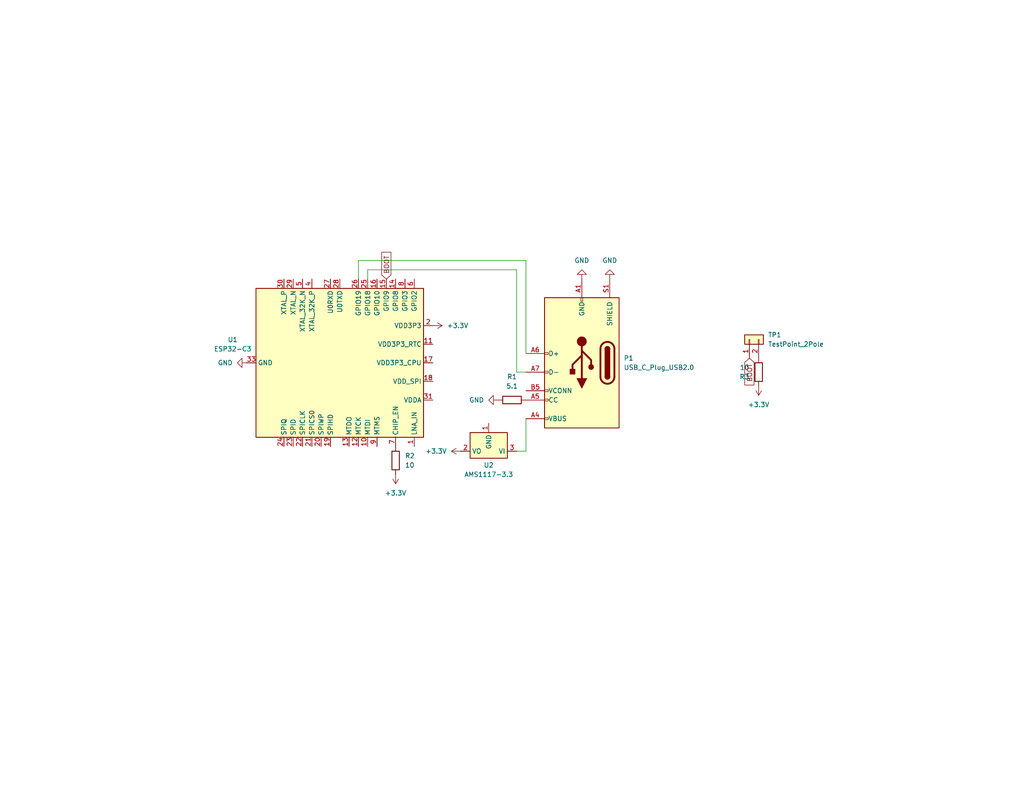
<source format=kicad_sch>
(kicad_sch
	(version 20231120)
	(generator "eeschema")
	(generator_version "8.0")
	(uuid "ddc6100c-82c1-4aa5-a703-fe9960b4014c")
	(paper "USLetter")
	(lib_symbols
		(symbol "Connector:USB_C_Plug_USB2.0"
			(pin_names
				(offset 1.016)
			)
			(exclude_from_sim no)
			(in_bom yes)
			(on_board yes)
			(property "Reference" "P"
				(at -10.16 19.05 0)
				(effects
					(font
						(size 1.27 1.27)
					)
					(justify left)
				)
			)
			(property "Value" "USB_C_Plug_USB2.0"
				(at 12.7 19.05 0)
				(effects
					(font
						(size 1.27 1.27)
					)
					(justify right)
				)
			)
			(property "Footprint" ""
				(at 3.81 0 0)
				(effects
					(font
						(size 1.27 1.27)
					)
					(hide yes)
				)
			)
			(property "Datasheet" "https://www.usb.org/sites/default/files/documents/usb_type-c.zip"
				(at 3.81 0 0)
				(effects
					(font
						(size 1.27 1.27)
					)
					(hide yes)
				)
			)
			(property "Description" "USB 2.0-only Type-C Plug connector"
				(at 0 0 0)
				(effects
					(font
						(size 1.27 1.27)
					)
					(hide yes)
				)
			)
			(property "ki_keywords" "usb universal serial bus type-C USB2.0"
				(at 0 0 0)
				(effects
					(font
						(size 1.27 1.27)
					)
					(hide yes)
				)
			)
			(property "ki_fp_filters" "USB*C*Plug*"
				(at 0 0 0)
				(effects
					(font
						(size 1.27 1.27)
					)
					(hide yes)
				)
			)
			(symbol "USB_C_Plug_USB2.0_0_0"
				(rectangle
					(start -0.254 -17.78)
					(end 0.254 -16.764)
					(stroke
						(width 0)
						(type default)
					)
					(fill
						(type none)
					)
				)
				(rectangle
					(start 10.16 -2.286)
					(end 9.144 -2.794)
					(stroke
						(width 0)
						(type default)
					)
					(fill
						(type none)
					)
				)
				(rectangle
					(start 10.16 2.794)
					(end 9.144 2.286)
					(stroke
						(width 0)
						(type default)
					)
					(fill
						(type none)
					)
				)
				(rectangle
					(start 10.16 7.874)
					(end 9.144 7.366)
					(stroke
						(width 0)
						(type default)
					)
					(fill
						(type none)
					)
				)
				(rectangle
					(start 10.16 10.414)
					(end 9.144 9.906)
					(stroke
						(width 0)
						(type default)
					)
					(fill
						(type none)
					)
				)
				(rectangle
					(start 10.16 15.494)
					(end 9.144 14.986)
					(stroke
						(width 0)
						(type default)
					)
					(fill
						(type none)
					)
				)
			)
			(symbol "USB_C_Plug_USB2.0_0_1"
				(rectangle
					(start -10.16 17.78)
					(end 10.16 -17.78)
					(stroke
						(width 0.254)
						(type default)
					)
					(fill
						(type background)
					)
				)
				(arc
					(start -8.89 -3.81)
					(mid -6.985 -5.7067)
					(end -5.08 -3.81)
					(stroke
						(width 0.508)
						(type default)
					)
					(fill
						(type none)
					)
				)
				(arc
					(start -7.62 -3.81)
					(mid -6.985 -4.4423)
					(end -6.35 -3.81)
					(stroke
						(width 0.254)
						(type default)
					)
					(fill
						(type none)
					)
				)
				(arc
					(start -7.62 -3.81)
					(mid -6.985 -4.4423)
					(end -6.35 -3.81)
					(stroke
						(width 0.254)
						(type default)
					)
					(fill
						(type outline)
					)
				)
				(rectangle
					(start -7.62 -3.81)
					(end -6.35 3.81)
					(stroke
						(width 0.254)
						(type default)
					)
					(fill
						(type outline)
					)
				)
				(arc
					(start -6.35 3.81)
					(mid -6.985 4.4423)
					(end -7.62 3.81)
					(stroke
						(width 0.254)
						(type default)
					)
					(fill
						(type none)
					)
				)
				(arc
					(start -6.35 3.81)
					(mid -6.985 4.4423)
					(end -7.62 3.81)
					(stroke
						(width 0.254)
						(type default)
					)
					(fill
						(type outline)
					)
				)
				(arc
					(start -5.08 3.81)
					(mid -6.985 5.7067)
					(end -8.89 3.81)
					(stroke
						(width 0.508)
						(type default)
					)
					(fill
						(type none)
					)
				)
				(circle
					(center -2.54 1.143)
					(radius 0.635)
					(stroke
						(width 0.254)
						(type default)
					)
					(fill
						(type outline)
					)
				)
				(circle
					(center 0 -5.842)
					(radius 1.27)
					(stroke
						(width 0)
						(type default)
					)
					(fill
						(type outline)
					)
				)
				(polyline
					(pts
						(xy -8.89 -3.81) (xy -8.89 3.81)
					)
					(stroke
						(width 0.508)
						(type default)
					)
					(fill
						(type none)
					)
				)
				(polyline
					(pts
						(xy -5.08 3.81) (xy -5.08 -3.81)
					)
					(stroke
						(width 0.508)
						(type default)
					)
					(fill
						(type none)
					)
				)
				(polyline
					(pts
						(xy 0 -5.842) (xy 0 4.318)
					)
					(stroke
						(width 0.508)
						(type default)
					)
					(fill
						(type none)
					)
				)
				(polyline
					(pts
						(xy 0 -3.302) (xy -2.54 -0.762) (xy -2.54 0.508)
					)
					(stroke
						(width 0.508)
						(type default)
					)
					(fill
						(type none)
					)
				)
				(polyline
					(pts
						(xy 0 -2.032) (xy 2.54 0.508) (xy 2.54 1.778)
					)
					(stroke
						(width 0.508)
						(type default)
					)
					(fill
						(type none)
					)
				)
				(polyline
					(pts
						(xy -1.27 4.318) (xy 0 6.858) (xy 1.27 4.318) (xy -1.27 4.318)
					)
					(stroke
						(width 0.254)
						(type default)
					)
					(fill
						(type outline)
					)
				)
				(rectangle
					(start 1.905 1.778)
					(end 3.175 3.048)
					(stroke
						(width 0.254)
						(type default)
					)
					(fill
						(type outline)
					)
				)
			)
			(symbol "USB_C_Plug_USB2.0_1_1"
				(pin passive line
					(at 0 -22.86 90)
					(length 5.08)
					(name "GND"
						(effects
							(font
								(size 1.27 1.27)
							)
						)
					)
					(number "A1"
						(effects
							(font
								(size 1.27 1.27)
							)
						)
					)
				)
				(pin passive line
					(at 0 -22.86 90)
					(length 5.08) hide
					(name "GND"
						(effects
							(font
								(size 1.27 1.27)
							)
						)
					)
					(number "A12"
						(effects
							(font
								(size 1.27 1.27)
							)
						)
					)
				)
				(pin passive line
					(at 15.24 15.24 180)
					(length 5.08)
					(name "VBUS"
						(effects
							(font
								(size 1.27 1.27)
							)
						)
					)
					(number "A4"
						(effects
							(font
								(size 1.27 1.27)
							)
						)
					)
				)
				(pin bidirectional line
					(at 15.24 10.16 180)
					(length 5.08)
					(name "CC"
						(effects
							(font
								(size 1.27 1.27)
							)
						)
					)
					(number "A5"
						(effects
							(font
								(size 1.27 1.27)
							)
						)
					)
				)
				(pin bidirectional line
					(at 15.24 -2.54 180)
					(length 5.08)
					(name "D+"
						(effects
							(font
								(size 1.27 1.27)
							)
						)
					)
					(number "A6"
						(effects
							(font
								(size 1.27 1.27)
							)
						)
					)
				)
				(pin bidirectional line
					(at 15.24 2.54 180)
					(length 5.08)
					(name "D-"
						(effects
							(font
								(size 1.27 1.27)
							)
						)
					)
					(number "A7"
						(effects
							(font
								(size 1.27 1.27)
							)
						)
					)
				)
				(pin passive line
					(at 15.24 15.24 180)
					(length 5.08) hide
					(name "VBUS"
						(effects
							(font
								(size 1.27 1.27)
							)
						)
					)
					(number "A9"
						(effects
							(font
								(size 1.27 1.27)
							)
						)
					)
				)
				(pin passive line
					(at 0 -22.86 90)
					(length 5.08) hide
					(name "GND"
						(effects
							(font
								(size 1.27 1.27)
							)
						)
					)
					(number "B1"
						(effects
							(font
								(size 1.27 1.27)
							)
						)
					)
				)
				(pin passive line
					(at 0 -22.86 90)
					(length 5.08) hide
					(name "GND"
						(effects
							(font
								(size 1.27 1.27)
							)
						)
					)
					(number "B12"
						(effects
							(font
								(size 1.27 1.27)
							)
						)
					)
				)
				(pin passive line
					(at 15.24 15.24 180)
					(length 5.08) hide
					(name "VBUS"
						(effects
							(font
								(size 1.27 1.27)
							)
						)
					)
					(number "B4"
						(effects
							(font
								(size 1.27 1.27)
							)
						)
					)
				)
				(pin bidirectional line
					(at 15.24 7.62 180)
					(length 5.08)
					(name "VCONN"
						(effects
							(font
								(size 1.27 1.27)
							)
						)
					)
					(number "B5"
						(effects
							(font
								(size 1.27 1.27)
							)
						)
					)
				)
				(pin passive line
					(at 15.24 15.24 180)
					(length 5.08) hide
					(name "VBUS"
						(effects
							(font
								(size 1.27 1.27)
							)
						)
					)
					(number "B9"
						(effects
							(font
								(size 1.27 1.27)
							)
						)
					)
				)
				(pin passive line
					(at -7.62 -22.86 90)
					(length 5.08)
					(name "SHIELD"
						(effects
							(font
								(size 1.27 1.27)
							)
						)
					)
					(number "S1"
						(effects
							(font
								(size 1.27 1.27)
							)
						)
					)
				)
			)
		)
		(symbol "Connector_Generic:Conn_01x02"
			(pin_names
				(offset 1.016) hide)
			(exclude_from_sim no)
			(in_bom yes)
			(on_board yes)
			(property "Reference" "J"
				(at 0 2.54 0)
				(effects
					(font
						(size 1.27 1.27)
					)
				)
			)
			(property "Value" "Conn_01x02"
				(at 0 -5.08 0)
				(effects
					(font
						(size 1.27 1.27)
					)
				)
			)
			(property "Footprint" ""
				(at 0 0 0)
				(effects
					(font
						(size 1.27 1.27)
					)
					(hide yes)
				)
			)
			(property "Datasheet" "~"
				(at 0 0 0)
				(effects
					(font
						(size 1.27 1.27)
					)
					(hide yes)
				)
			)
			(property "Description" "Generic connector, single row, 01x02, script generated (kicad-library-utils/schlib/autogen/connector/)"
				(at 0 0 0)
				(effects
					(font
						(size 1.27 1.27)
					)
					(hide yes)
				)
			)
			(property "ki_keywords" "connector"
				(at 0 0 0)
				(effects
					(font
						(size 1.27 1.27)
					)
					(hide yes)
				)
			)
			(property "ki_fp_filters" "Connector*:*_1x??_*"
				(at 0 0 0)
				(effects
					(font
						(size 1.27 1.27)
					)
					(hide yes)
				)
			)
			(symbol "Conn_01x02_1_1"
				(rectangle
					(start -1.27 -2.413)
					(end 0 -2.667)
					(stroke
						(width 0.1524)
						(type default)
					)
					(fill
						(type none)
					)
				)
				(rectangle
					(start -1.27 0.127)
					(end 0 -0.127)
					(stroke
						(width 0.1524)
						(type default)
					)
					(fill
						(type none)
					)
				)
				(rectangle
					(start -1.27 1.27)
					(end 1.27 -3.81)
					(stroke
						(width 0.254)
						(type default)
					)
					(fill
						(type background)
					)
				)
				(pin passive line
					(at -5.08 0 0)
					(length 3.81)
					(name "Pin_1"
						(effects
							(font
								(size 1.27 1.27)
							)
						)
					)
					(number "1"
						(effects
							(font
								(size 1.27 1.27)
							)
						)
					)
				)
				(pin passive line
					(at -5.08 -2.54 0)
					(length 3.81)
					(name "Pin_2"
						(effects
							(font
								(size 1.27 1.27)
							)
						)
					)
					(number "2"
						(effects
							(font
								(size 1.27 1.27)
							)
						)
					)
				)
			)
		)
		(symbol "Device:R"
			(pin_numbers hide)
			(pin_names
				(offset 0)
			)
			(exclude_from_sim no)
			(in_bom yes)
			(on_board yes)
			(property "Reference" "R"
				(at 2.032 0 90)
				(effects
					(font
						(size 1.27 1.27)
					)
				)
			)
			(property "Value" "R"
				(at 0 0 90)
				(effects
					(font
						(size 1.27 1.27)
					)
				)
			)
			(property "Footprint" ""
				(at -1.778 0 90)
				(effects
					(font
						(size 1.27 1.27)
					)
					(hide yes)
				)
			)
			(property "Datasheet" "~"
				(at 0 0 0)
				(effects
					(font
						(size 1.27 1.27)
					)
					(hide yes)
				)
			)
			(property "Description" "Resistor"
				(at 0 0 0)
				(effects
					(font
						(size 1.27 1.27)
					)
					(hide yes)
				)
			)
			(property "ki_keywords" "R res resistor"
				(at 0 0 0)
				(effects
					(font
						(size 1.27 1.27)
					)
					(hide yes)
				)
			)
			(property "ki_fp_filters" "R_*"
				(at 0 0 0)
				(effects
					(font
						(size 1.27 1.27)
					)
					(hide yes)
				)
			)
			(symbol "R_0_1"
				(rectangle
					(start -1.016 -2.54)
					(end 1.016 2.54)
					(stroke
						(width 0.254)
						(type default)
					)
					(fill
						(type none)
					)
				)
			)
			(symbol "R_1_1"
				(pin passive line
					(at 0 3.81 270)
					(length 1.27)
					(name "~"
						(effects
							(font
								(size 1.27 1.27)
							)
						)
					)
					(number "1"
						(effects
							(font
								(size 1.27 1.27)
							)
						)
					)
				)
				(pin passive line
					(at 0 -3.81 90)
					(length 1.27)
					(name "~"
						(effects
							(font
								(size 1.27 1.27)
							)
						)
					)
					(number "2"
						(effects
							(font
								(size 1.27 1.27)
							)
						)
					)
				)
			)
		)
		(symbol "MCU_Espressif:ESP32-C3"
			(exclude_from_sim no)
			(in_bom yes)
			(on_board yes)
			(property "Reference" "U"
				(at -17.272 23.876 0)
				(effects
					(font
						(size 1.27 1.27)
					)
				)
			)
			(property "Value" "ESP32-C3"
				(at 16.256 23.876 0)
				(effects
					(font
						(size 1.27 1.27)
					)
				)
			)
			(property "Footprint" "Package_DFN_QFN:QFN-32-1EP_5x5mm_P0.5mm_EP3.7x3.7mm"
				(at 0.508 0 0)
				(effects
					(font
						(size 1.27 1.27)
					)
					(hide yes)
				)
			)
			(property "Datasheet" "https://www.espressif.com/sites/default/files/documentation/esp32-c3_datasheet_en.pdf"
				(at 0.508 0 0)
				(effects
					(font
						(size 1.27 1.27)
					)
					(hide yes)
				)
			)
			(property "Description" "RF Module, ESP32 SoC, RISC-V, WiFi 802.11b/n/g, Bluetooth LE 5, QFN32"
				(at 0.508 0 0)
				(effects
					(font
						(size 1.27 1.27)
					)
					(hide yes)
				)
			)
			(property "ki_keywords" "WiFi BLE ESP32 Espressif"
				(at 0 0 0)
				(effects
					(font
						(size 1.27 1.27)
					)
					(hide yes)
				)
			)
			(property "ki_fp_filters" "QFN*1EP*5x5mm*P0.5mm*EP3.7x3.7mm*"
				(at 0 0 0)
				(effects
					(font
						(size 1.27 1.27)
					)
					(hide yes)
				)
			)
			(symbol "ESP32-C3_1_1"
				(rectangle
					(start -20.32 22.86)
					(end 20.32 -22.86)
					(stroke
						(width 0.254)
						(type default)
					)
					(fill
						(type background)
					)
				)
				(pin bidirectional line
					(at 22.86 20.32 180)
					(length 2.54)
					(name "LNA_IN"
						(effects
							(font
								(size 1.27 1.27)
							)
						)
					)
					(number "1"
						(effects
							(font
								(size 1.27 1.27)
							)
						)
					)
				)
				(pin bidirectional line
					(at 22.86 7.62 180)
					(length 2.54)
					(name "MTDI"
						(effects
							(font
								(size 1.27 1.27)
							)
						)
					)
					(number "10"
						(effects
							(font
								(size 1.27 1.27)
							)
						)
					)
				)
				(pin power_in line
					(at -5.08 25.4 270)
					(length 2.54)
					(name "VDD3P3_RTC"
						(effects
							(font
								(size 1.27 1.27)
							)
						)
					)
					(number "11"
						(effects
							(font
								(size 1.27 1.27)
							)
						)
					)
				)
				(pin bidirectional line
					(at 22.86 5.08 180)
					(length 2.54)
					(name "MTCK"
						(effects
							(font
								(size 1.27 1.27)
							)
						)
					)
					(number "12"
						(effects
							(font
								(size 1.27 1.27)
							)
						)
					)
				)
				(pin bidirectional line
					(at 22.86 2.54 180)
					(length 2.54)
					(name "MTDO"
						(effects
							(font
								(size 1.27 1.27)
							)
						)
					)
					(number "13"
						(effects
							(font
								(size 1.27 1.27)
							)
						)
					)
				)
				(pin bidirectional line
					(at -22.86 15.24 0)
					(length 2.54)
					(name "GPIO8"
						(effects
							(font
								(size 1.27 1.27)
							)
						)
					)
					(number "14"
						(effects
							(font
								(size 1.27 1.27)
							)
						)
					)
				)
				(pin bidirectional line
					(at -22.86 12.7 0)
					(length 2.54)
					(name "GPIO9"
						(effects
							(font
								(size 1.27 1.27)
							)
						)
					)
					(number "15"
						(effects
							(font
								(size 1.27 1.27)
							)
						)
					)
				)
				(pin bidirectional line
					(at -22.86 10.16 0)
					(length 2.54)
					(name "GPIO10"
						(effects
							(font
								(size 1.27 1.27)
							)
						)
					)
					(number "16"
						(effects
							(font
								(size 1.27 1.27)
							)
						)
					)
				)
				(pin power_in line
					(at 0 25.4 270)
					(length 2.54)
					(name "VDD3P3_CPU"
						(effects
							(font
								(size 1.27 1.27)
							)
						)
					)
					(number "17"
						(effects
							(font
								(size 1.27 1.27)
							)
						)
					)
				)
				(pin power_out line
					(at 5.08 25.4 270)
					(length 2.54)
					(name "VDD_SPI"
						(effects
							(font
								(size 1.27 1.27)
							)
						)
					)
					(number "18"
						(effects
							(font
								(size 1.27 1.27)
							)
						)
					)
				)
				(pin bidirectional line
					(at 22.86 -2.54 180)
					(length 2.54)
					(name "SPIHD"
						(effects
							(font
								(size 1.27 1.27)
							)
						)
					)
					(number "19"
						(effects
							(font
								(size 1.27 1.27)
							)
						)
					)
				)
				(pin power_in line
					(at -10.16 25.4 270)
					(length 2.54)
					(name "VDD3P3"
						(effects
							(font
								(size 1.27 1.27)
							)
						)
					)
					(number "2"
						(effects
							(font
								(size 1.27 1.27)
							)
						)
					)
				)
				(pin bidirectional line
					(at 22.86 -5.08 180)
					(length 2.54)
					(name "SPIWP"
						(effects
							(font
								(size 1.27 1.27)
							)
						)
					)
					(number "20"
						(effects
							(font
								(size 1.27 1.27)
							)
						)
					)
				)
				(pin bidirectional line
					(at 22.86 -7.62 180)
					(length 2.54)
					(name "SPICS0"
						(effects
							(font
								(size 1.27 1.27)
							)
						)
					)
					(number "21"
						(effects
							(font
								(size 1.27 1.27)
							)
						)
					)
				)
				(pin bidirectional line
					(at 22.86 -10.16 180)
					(length 2.54)
					(name "SPICLK"
						(effects
							(font
								(size 1.27 1.27)
							)
						)
					)
					(number "22"
						(effects
							(font
								(size 1.27 1.27)
							)
						)
					)
				)
				(pin bidirectional line
					(at 22.86 -12.7 180)
					(length 2.54)
					(name "SPID"
						(effects
							(font
								(size 1.27 1.27)
							)
						)
					)
					(number "23"
						(effects
							(font
								(size 1.27 1.27)
							)
						)
					)
				)
				(pin bidirectional line
					(at 22.86 -15.24 180)
					(length 2.54)
					(name "SPIQ"
						(effects
							(font
								(size 1.27 1.27)
							)
						)
					)
					(number "24"
						(effects
							(font
								(size 1.27 1.27)
							)
						)
					)
				)
				(pin bidirectional line
					(at -22.86 7.62 0)
					(length 2.54)
					(name "GPIO18"
						(effects
							(font
								(size 1.27 1.27)
							)
						)
					)
					(number "25"
						(effects
							(font
								(size 1.27 1.27)
							)
						)
					)
				)
				(pin bidirectional line
					(at -22.86 5.08 0)
					(length 2.54)
					(name "GPIO19"
						(effects
							(font
								(size 1.27 1.27)
							)
						)
					)
					(number "26"
						(effects
							(font
								(size 1.27 1.27)
							)
						)
					)
				)
				(pin bidirectional line
					(at -22.86 -2.54 0)
					(length 2.54)
					(name "U0RXD"
						(effects
							(font
								(size 1.27 1.27)
							)
						)
					)
					(number "27"
						(effects
							(font
								(size 1.27 1.27)
							)
						)
					)
				)
				(pin bidirectional line
					(at -22.86 0 0)
					(length 2.54)
					(name "U0TXD"
						(effects
							(font
								(size 1.27 1.27)
							)
						)
					)
					(number "28"
						(effects
							(font
								(size 1.27 1.27)
							)
						)
					)
				)
				(pin bidirectional line
					(at -22.86 -12.7 0)
					(length 2.54)
					(name "XTAL_N"
						(effects
							(font
								(size 1.27 1.27)
							)
						)
					)
					(number "29"
						(effects
							(font
								(size 1.27 1.27)
							)
						)
					)
				)
				(pin passive line
					(at -10.16 25.4 270)
					(length 2.54) hide
					(name "VDD3P3"
						(effects
							(font
								(size 1.27 1.27)
							)
						)
					)
					(number "3"
						(effects
							(font
								(size 1.27 1.27)
							)
						)
					)
				)
				(pin bidirectional line
					(at -22.86 -15.24 0)
					(length 2.54)
					(name "XTAL_P"
						(effects
							(font
								(size 1.27 1.27)
							)
						)
					)
					(number "30"
						(effects
							(font
								(size 1.27 1.27)
							)
						)
					)
				)
				(pin power_in line
					(at 10.16 25.4 270)
					(length 2.54)
					(name "VDDA"
						(effects
							(font
								(size 1.27 1.27)
							)
						)
					)
					(number "31"
						(effects
							(font
								(size 1.27 1.27)
							)
						)
					)
				)
				(pin passive line
					(at 10.16 25.4 270)
					(length 2.54) hide
					(name "VDDA"
						(effects
							(font
								(size 1.27 1.27)
							)
						)
					)
					(number "32"
						(effects
							(font
								(size 1.27 1.27)
							)
						)
					)
				)
				(pin power_in line
					(at 0 -25.4 90)
					(length 2.54)
					(name "GND"
						(effects
							(font
								(size 1.27 1.27)
							)
						)
					)
					(number "33"
						(effects
							(font
								(size 1.27 1.27)
							)
						)
					)
				)
				(pin bidirectional line
					(at -22.86 -7.62 0)
					(length 2.54)
					(name "XTAL_32K_P"
						(effects
							(font
								(size 1.27 1.27)
							)
						)
					)
					(number "4"
						(effects
							(font
								(size 1.27 1.27)
							)
						)
					)
				)
				(pin bidirectional line
					(at -22.86 -10.16 0)
					(length 2.54)
					(name "XTAL_32K_N"
						(effects
							(font
								(size 1.27 1.27)
							)
						)
					)
					(number "5"
						(effects
							(font
								(size 1.27 1.27)
							)
						)
					)
				)
				(pin bidirectional line
					(at -22.86 20.32 0)
					(length 2.54)
					(name "GPIO2"
						(effects
							(font
								(size 1.27 1.27)
							)
						)
					)
					(number "6"
						(effects
							(font
								(size 1.27 1.27)
							)
						)
					)
				)
				(pin bidirectional line
					(at 22.86 15.24 180)
					(length 2.54)
					(name "CHIP_EN"
						(effects
							(font
								(size 1.27 1.27)
							)
						)
					)
					(number "7"
						(effects
							(font
								(size 1.27 1.27)
							)
						)
					)
				)
				(pin bidirectional line
					(at -22.86 17.78 0)
					(length 2.54)
					(name "GPIO3"
						(effects
							(font
								(size 1.27 1.27)
							)
						)
					)
					(number "8"
						(effects
							(font
								(size 1.27 1.27)
							)
						)
					)
				)
				(pin bidirectional line
					(at 22.86 10.16 180)
					(length 2.54)
					(name "MTMS"
						(effects
							(font
								(size 1.27 1.27)
							)
						)
					)
					(number "9"
						(effects
							(font
								(size 1.27 1.27)
							)
						)
					)
				)
			)
		)
		(symbol "Regulator_Linear:AMS1117-3.3"
			(exclude_from_sim no)
			(in_bom yes)
			(on_board yes)
			(property "Reference" "U"
				(at -3.81 3.175 0)
				(effects
					(font
						(size 1.27 1.27)
					)
				)
			)
			(property "Value" "AMS1117-3.3"
				(at 0 3.175 0)
				(effects
					(font
						(size 1.27 1.27)
					)
					(justify left)
				)
			)
			(property "Footprint" "Package_TO_SOT_SMD:SOT-223-3_TabPin2"
				(at 0 5.08 0)
				(effects
					(font
						(size 1.27 1.27)
					)
					(hide yes)
				)
			)
			(property "Datasheet" "http://www.advanced-monolithic.com/pdf/ds1117.pdf"
				(at 2.54 -6.35 0)
				(effects
					(font
						(size 1.27 1.27)
					)
					(hide yes)
				)
			)
			(property "Description" "1A Low Dropout regulator, positive, 3.3V fixed output, SOT-223"
				(at 0 0 0)
				(effects
					(font
						(size 1.27 1.27)
					)
					(hide yes)
				)
			)
			(property "ki_keywords" "linear regulator ldo fixed positive"
				(at 0 0 0)
				(effects
					(font
						(size 1.27 1.27)
					)
					(hide yes)
				)
			)
			(property "ki_fp_filters" "SOT?223*TabPin2*"
				(at 0 0 0)
				(effects
					(font
						(size 1.27 1.27)
					)
					(hide yes)
				)
			)
			(symbol "AMS1117-3.3_0_1"
				(rectangle
					(start -5.08 -5.08)
					(end 5.08 1.905)
					(stroke
						(width 0.254)
						(type default)
					)
					(fill
						(type background)
					)
				)
			)
			(symbol "AMS1117-3.3_1_1"
				(pin power_in line
					(at 0 -7.62 90)
					(length 2.54)
					(name "GND"
						(effects
							(font
								(size 1.27 1.27)
							)
						)
					)
					(number "1"
						(effects
							(font
								(size 1.27 1.27)
							)
						)
					)
				)
				(pin power_out line
					(at 7.62 0 180)
					(length 2.54)
					(name "VO"
						(effects
							(font
								(size 1.27 1.27)
							)
						)
					)
					(number "2"
						(effects
							(font
								(size 1.27 1.27)
							)
						)
					)
				)
				(pin power_in line
					(at -7.62 0 0)
					(length 2.54)
					(name "VI"
						(effects
							(font
								(size 1.27 1.27)
							)
						)
					)
					(number "3"
						(effects
							(font
								(size 1.27 1.27)
							)
						)
					)
				)
			)
		)
		(symbol "power:+3.3V"
			(power)
			(pin_numbers hide)
			(pin_names
				(offset 0) hide)
			(exclude_from_sim no)
			(in_bom yes)
			(on_board yes)
			(property "Reference" "#PWR"
				(at 0 -3.81 0)
				(effects
					(font
						(size 1.27 1.27)
					)
					(hide yes)
				)
			)
			(property "Value" "+3.3V"
				(at 0 3.556 0)
				(effects
					(font
						(size 1.27 1.27)
					)
				)
			)
			(property "Footprint" ""
				(at 0 0 0)
				(effects
					(font
						(size 1.27 1.27)
					)
					(hide yes)
				)
			)
			(property "Datasheet" ""
				(at 0 0 0)
				(effects
					(font
						(size 1.27 1.27)
					)
					(hide yes)
				)
			)
			(property "Description" "Power symbol creates a global label with name \"+3.3V\""
				(at 0 0 0)
				(effects
					(font
						(size 1.27 1.27)
					)
					(hide yes)
				)
			)
			(property "ki_keywords" "global power"
				(at 0 0 0)
				(effects
					(font
						(size 1.27 1.27)
					)
					(hide yes)
				)
			)
			(symbol "+3.3V_0_1"
				(polyline
					(pts
						(xy -0.762 1.27) (xy 0 2.54)
					)
					(stroke
						(width 0)
						(type default)
					)
					(fill
						(type none)
					)
				)
				(polyline
					(pts
						(xy 0 0) (xy 0 2.54)
					)
					(stroke
						(width 0)
						(type default)
					)
					(fill
						(type none)
					)
				)
				(polyline
					(pts
						(xy 0 2.54) (xy 0.762 1.27)
					)
					(stroke
						(width 0)
						(type default)
					)
					(fill
						(type none)
					)
				)
			)
			(symbol "+3.3V_1_1"
				(pin power_in line
					(at 0 0 90)
					(length 0)
					(name "~"
						(effects
							(font
								(size 1.27 1.27)
							)
						)
					)
					(number "1"
						(effects
							(font
								(size 1.27 1.27)
							)
						)
					)
				)
			)
		)
		(symbol "power:GND"
			(power)
			(pin_numbers hide)
			(pin_names
				(offset 0) hide)
			(exclude_from_sim no)
			(in_bom yes)
			(on_board yes)
			(property "Reference" "#PWR"
				(at 0 -6.35 0)
				(effects
					(font
						(size 1.27 1.27)
					)
					(hide yes)
				)
			)
			(property "Value" "GND"
				(at 0 -3.81 0)
				(effects
					(font
						(size 1.27 1.27)
					)
				)
			)
			(property "Footprint" ""
				(at 0 0 0)
				(effects
					(font
						(size 1.27 1.27)
					)
					(hide yes)
				)
			)
			(property "Datasheet" ""
				(at 0 0 0)
				(effects
					(font
						(size 1.27 1.27)
					)
					(hide yes)
				)
			)
			(property "Description" "Power symbol creates a global label with name \"GND\" , ground"
				(at 0 0 0)
				(effects
					(font
						(size 1.27 1.27)
					)
					(hide yes)
				)
			)
			(property "ki_keywords" "global power"
				(at 0 0 0)
				(effects
					(font
						(size 1.27 1.27)
					)
					(hide yes)
				)
			)
			(symbol "GND_0_1"
				(polyline
					(pts
						(xy 0 0) (xy 0 -1.27) (xy 1.27 -1.27) (xy 0 -2.54) (xy -1.27 -1.27) (xy 0 -1.27)
					)
					(stroke
						(width 0)
						(type default)
					)
					(fill
						(type none)
					)
				)
			)
			(symbol "GND_1_1"
				(pin power_in line
					(at 0 0 270)
					(length 0)
					(name "~"
						(effects
							(font
								(size 1.27 1.27)
							)
						)
					)
					(number "1"
						(effects
							(font
								(size 1.27 1.27)
							)
						)
					)
				)
			)
		)
	)
	(wire
		(pts
			(xy 143.51 123.19) (xy 140.97 123.19)
		)
		(stroke
			(width 0)
			(type default)
		)
		(uuid "30698d26-653d-49e6-bd23-fafd165b9bdb")
	)
	(wire
		(pts
			(xy 100.33 73.66) (xy 140.97 73.66)
		)
		(stroke
			(width 0)
			(type default)
		)
		(uuid "33343247-a8c0-4d24-9785-f1500e56234c")
	)
	(wire
		(pts
			(xy 97.79 71.12) (xy 97.79 76.2)
		)
		(stroke
			(width 0)
			(type default)
		)
		(uuid "39738129-25cd-4346-9880-f332d327250b")
	)
	(wire
		(pts
			(xy 100.33 76.2) (xy 100.33 73.66)
		)
		(stroke
			(width 0)
			(type default)
		)
		(uuid "509c4e63-62e1-497a-a151-77c64948db56")
	)
	(wire
		(pts
			(xy 140.97 73.66) (xy 140.97 101.6)
		)
		(stroke
			(width 0)
			(type default)
		)
		(uuid "a8075cda-b2c5-4599-bade-115d464326ce")
	)
	(wire
		(pts
			(xy 143.51 114.3) (xy 143.51 123.19)
		)
		(stroke
			(width 0)
			(type default)
		)
		(uuid "a9c6beeb-a7c0-4345-a38f-b02d5b946a55")
	)
	(wire
		(pts
			(xy 143.51 71.12) (xy 97.79 71.12)
		)
		(stroke
			(width 0)
			(type default)
		)
		(uuid "f3ba977a-0d50-4522-aeae-1d2364e6be63")
	)
	(wire
		(pts
			(xy 143.51 96.52) (xy 143.51 71.12)
		)
		(stroke
			(width 0)
			(type default)
		)
		(uuid "f8e03ddd-038b-471e-bd55-17bbe36ff42d")
	)
	(wire
		(pts
			(xy 140.97 101.6) (xy 143.51 101.6)
		)
		(stroke
			(width 0)
			(type default)
		)
		(uuid "ff6d1db8-78fb-43d4-8db7-e05aeb59e7f9")
	)
	(global_label "BOOT"
		(shape input)
		(at 204.47 97.79 270)
		(fields_autoplaced yes)
		(effects
			(font
				(size 1.27 1.27)
			)
			(justify right)
		)
		(uuid "1defc7ff-84bd-4bbc-94f2-c02d23ba1287")
		(property "Intersheetrefs" "${INTERSHEET_REFS}"
			(at 204.47 105.6738 90)
			(effects
				(font
					(size 1.27 1.27)
				)
				(justify right)
				(hide yes)
			)
		)
	)
	(global_label "BOOT"
		(shape input)
		(at 105.41 76.2 90)
		(fields_autoplaced yes)
		(effects
			(font
				(size 1.27 1.27)
			)
			(justify left)
		)
		(uuid "6c8ba78b-d435-49c6-9a2f-29b642a5e82b")
		(property "Intersheetrefs" "${INTERSHEET_REFS}"
			(at 105.41 68.3162 90)
			(effects
				(font
					(size 1.27 1.27)
				)
				(justify left)
				(hide yes)
			)
		)
	)
	(symbol
		(lib_id "power:+3.3V")
		(at 207.01 105.41 180)
		(unit 1)
		(exclude_from_sim no)
		(in_bom yes)
		(on_board yes)
		(dnp no)
		(fields_autoplaced yes)
		(uuid "0464ed67-1b8a-497e-94cf-4e60dbc18898")
		(property "Reference" "#PWR08"
			(at 207.01 101.6 0)
			(effects
				(font
					(size 1.27 1.27)
				)
				(hide yes)
			)
		)
		(property "Value" "+3.3V"
			(at 207.01 110.49 0)
			(effects
				(font
					(size 1.27 1.27)
				)
			)
		)
		(property "Footprint" ""
			(at 207.01 105.41 0)
			(effects
				(font
					(size 1.27 1.27)
				)
				(hide yes)
			)
		)
		(property "Datasheet" ""
			(at 207.01 105.41 0)
			(effects
				(font
					(size 1.27 1.27)
				)
				(hide yes)
			)
		)
		(property "Description" "Power symbol creates a global label with name \"+3.3V\""
			(at 207.01 105.41 0)
			(effects
				(font
					(size 1.27 1.27)
				)
				(hide yes)
			)
		)
		(pin "1"
			(uuid "38deadc2-0784-4027-ad15-db522219a945")
		)
		(instances
			(project ""
				(path "/ddc6100c-82c1-4aa5-a703-fe9960b4014c"
					(reference "#PWR08")
					(unit 1)
				)
			)
		)
	)
	(symbol
		(lib_id "power:+3.3V")
		(at 125.73 123.19 90)
		(unit 1)
		(exclude_from_sim no)
		(in_bom yes)
		(on_board yes)
		(dnp no)
		(fields_autoplaced yes)
		(uuid "0defd643-f0cb-45f4-904a-f2187e2fec6d")
		(property "Reference" "#PWR03"
			(at 129.54 123.19 0)
			(effects
				(font
					(size 1.27 1.27)
				)
				(hide yes)
			)
		)
		(property "Value" "+3.3V"
			(at 121.92 123.1899 90)
			(effects
				(font
					(size 1.27 1.27)
				)
				(justify left)
			)
		)
		(property "Footprint" ""
			(at 125.73 123.19 0)
			(effects
				(font
					(size 1.27 1.27)
				)
				(hide yes)
			)
		)
		(property "Datasheet" ""
			(at 125.73 123.19 0)
			(effects
				(font
					(size 1.27 1.27)
				)
				(hide yes)
			)
		)
		(property "Description" "Power symbol creates a global label with name \"+3.3V\""
			(at 125.73 123.19 0)
			(effects
				(font
					(size 1.27 1.27)
				)
				(hide yes)
			)
		)
		(pin "1"
			(uuid "80bd2138-9a2f-40d7-9f2f-39466fcb1f76")
		)
		(instances
			(project ""
				(path "/ddc6100c-82c1-4aa5-a703-fe9960b4014c"
					(reference "#PWR03")
					(unit 1)
				)
			)
		)
	)
	(symbol
		(lib_id "Connector_Generic:Conn_01x02")
		(at 204.47 92.71 90)
		(unit 1)
		(exclude_from_sim no)
		(in_bom yes)
		(on_board yes)
		(dnp no)
		(fields_autoplaced yes)
		(uuid "1ccb5c53-8512-4c24-aacc-7476c18825c0")
		(property "Reference" "TP1"
			(at 209.55 91.4399 90)
			(effects
				(font
					(size 1.27 1.27)
				)
				(justify right)
			)
		)
		(property "Value" "TestPoint_2Pole"
			(at 209.55 93.9799 90)
			(effects
				(font
					(size 1.27 1.27)
				)
				(justify right)
			)
		)
		(property "Footprint" "Connector_PinHeader_1.00mm:PinHeader_1x02_P1.00mm_Horizontal"
			(at 204.47 92.71 0)
			(effects
				(font
					(size 1.27 1.27)
				)
				(hide yes)
			)
		)
		(property "Datasheet" "~"
			(at 204.47 92.71 0)
			(effects
				(font
					(size 1.27 1.27)
				)
				(hide yes)
			)
		)
		(property "Description" "Generic connector, single row, 01x02, script generated (kicad-library-utils/schlib/autogen/connector/)"
			(at 204.47 92.71 0)
			(effects
				(font
					(size 1.27 1.27)
				)
				(hide yes)
			)
		)
		(pin "1"
			(uuid "45297b8a-eee6-49a6-b325-526e6c7cf86b")
		)
		(pin "2"
			(uuid "631c6259-19da-4f88-a6d1-8c0341203b30")
		)
		(instances
			(project ""
				(path "/ddc6100c-82c1-4aa5-a703-fe9960b4014c"
					(reference "TP1")
					(unit 1)
				)
			)
		)
	)
	(symbol
		(lib_id "Regulator_Linear:AMS1117-3.3")
		(at 133.35 123.19 180)
		(unit 1)
		(exclude_from_sim no)
		(in_bom yes)
		(on_board yes)
		(dnp no)
		(fields_autoplaced yes)
		(uuid "1d2b6f0b-5411-4568-8463-dced06945a64")
		(property "Reference" "U2"
			(at 133.35 127 0)
			(effects
				(font
					(size 1.27 1.27)
				)
			)
		)
		(property "Value" "AMS1117-3.3"
			(at 133.35 129.54 0)
			(effects
				(font
					(size 1.27 1.27)
				)
			)
		)
		(property "Footprint" "Package_TO_SOT_SMD:SOT-223-3_TabPin2"
			(at 133.35 128.27 0)
			(effects
				(font
					(size 1.27 1.27)
				)
				(hide yes)
			)
		)
		(property "Datasheet" "http://www.advanced-monolithic.com/pdf/ds1117.pdf"
			(at 130.81 116.84 0)
			(effects
				(font
					(size 1.27 1.27)
				)
				(hide yes)
			)
		)
		(property "Description" "1A Low Dropout regulator, positive, 3.3V fixed output, SOT-223"
			(at 133.35 123.19 0)
			(effects
				(font
					(size 1.27 1.27)
				)
				(hide yes)
			)
		)
		(pin "1"
			(uuid "b742fbe9-d64b-4de2-80c2-83111ac595b3")
		)
		(pin "3"
			(uuid "bfe96717-f164-42d9-b24b-cb1a4e888e47")
		)
		(pin "2"
			(uuid "506caacb-ee09-4b52-9a91-40bdb86cb9fe")
		)
		(instances
			(project ""
				(path "/ddc6100c-82c1-4aa5-a703-fe9960b4014c"
					(reference "U2")
					(unit 1)
				)
			)
		)
	)
	(symbol
		(lib_id "power:+3.3V")
		(at 118.11 88.9 270)
		(unit 1)
		(exclude_from_sim no)
		(in_bom yes)
		(on_board yes)
		(dnp no)
		(fields_autoplaced yes)
		(uuid "448a2448-a70a-4301-8ddb-1175446759a4")
		(property "Reference" "#PWR04"
			(at 114.3 88.9 0)
			(effects
				(font
					(size 1.27 1.27)
				)
				(hide yes)
			)
		)
		(property "Value" "+3.3V"
			(at 121.92 88.8999 90)
			(effects
				(font
					(size 1.27 1.27)
				)
				(justify left)
			)
		)
		(property "Footprint" ""
			(at 118.11 88.9 0)
			(effects
				(font
					(size 1.27 1.27)
				)
				(hide yes)
			)
		)
		(property "Datasheet" ""
			(at 118.11 88.9 0)
			(effects
				(font
					(size 1.27 1.27)
				)
				(hide yes)
			)
		)
		(property "Description" "Power symbol creates a global label with name \"+3.3V\""
			(at 118.11 88.9 0)
			(effects
				(font
					(size 1.27 1.27)
				)
				(hide yes)
			)
		)
		(pin "1"
			(uuid "fc94d446-6693-45ef-a67e-efeaf6563e36")
		)
		(instances
			(project ""
				(path "/ddc6100c-82c1-4aa5-a703-fe9960b4014c"
					(reference "#PWR04")
					(unit 1)
				)
			)
		)
	)
	(symbol
		(lib_id "MCU_Espressif:ESP32-C3")
		(at 92.71 99.06 270)
		(unit 1)
		(exclude_from_sim no)
		(in_bom yes)
		(on_board yes)
		(dnp no)
		(fields_autoplaced yes)
		(uuid "4be78f95-ea6b-4237-8ee4-a202be7b539c")
		(property "Reference" "U1"
			(at 63.5 92.7414 90)
			(effects
				(font
					(size 1.27 1.27)
				)
			)
		)
		(property "Value" "ESP32-C3"
			(at 63.5 95.2814 90)
			(effects
				(font
					(size 1.27 1.27)
				)
			)
		)
		(property "Footprint" "Package_DFN_QFN:QFN-32-1EP_5x5mm_P0.5mm_EP3.7x3.7mm"
			(at 92.71 99.568 0)
			(effects
				(font
					(size 1.27 1.27)
				)
				(hide yes)
			)
		)
		(property "Datasheet" "https://www.espressif.com/sites/default/files/documentation/esp32-c3_datasheet_en.pdf"
			(at 92.71 99.568 0)
			(effects
				(font
					(size 1.27 1.27)
				)
				(hide yes)
			)
		)
		(property "Description" "RF Module, ESP32 SoC, RISC-V, WiFi 802.11b/n/g, Bluetooth LE 5, QFN32"
			(at 92.71 99.568 0)
			(effects
				(font
					(size 1.27 1.27)
				)
				(hide yes)
			)
		)
		(pin "10"
			(uuid "76ac95b9-0972-4ba6-bc06-a72a6c0b2544")
		)
		(pin "12"
			(uuid "65ed3213-7f63-4269-8792-978ad4aa9890")
		)
		(pin "13"
			(uuid "321a6824-5e49-4d72-b8cc-57f9d0819278")
		)
		(pin "3"
			(uuid "ae9df53a-6207-4f12-8552-7dc7733d547b")
		)
		(pin "26"
			(uuid "8248b152-49a2-41ca-9b18-f527fa971998")
		)
		(pin "11"
			(uuid "06defd6f-9787-47d5-91e9-2fe590d32a74")
		)
		(pin "20"
			(uuid "f6d29b09-71c9-422e-b845-d5530f5a61b1")
		)
		(pin "19"
			(uuid "4554b2d7-79e4-4a50-b465-9b19cbef52f2")
		)
		(pin "25"
			(uuid "9e120a8f-596f-41a2-8367-36ac64f14e03")
		)
		(pin "16"
			(uuid "6f8b9b7d-98f4-43f7-a4df-2af56b2a9ea0")
		)
		(pin "32"
			(uuid "b27a73db-90a1-4e85-bc39-a5041c469419")
		)
		(pin "18"
			(uuid "d20333ea-2956-4202-8b87-f53206a4eadb")
		)
		(pin "33"
			(uuid "1985dd30-798d-4250-abb7-b7efc91a7c5b")
		)
		(pin "17"
			(uuid "a9e0d2ae-94af-4d69-a1fa-2cd2c6c6c1e9")
		)
		(pin "9"
			(uuid "848062fc-e244-4300-82ca-b352028cfde9")
		)
		(pin "5"
			(uuid "add7b945-e4c3-46a0-909b-661d6c842d10")
		)
		(pin "23"
			(uuid "682fdc0a-86ea-4a47-9a1f-2bcdf6bcafce")
		)
		(pin "6"
			(uuid "db98eb23-38e9-4eee-8a5c-6c8f5c7b83c2")
		)
		(pin "29"
			(uuid "edac6f01-bf11-448a-be5d-b45e8c394e90")
		)
		(pin "28"
			(uuid "7b243136-625e-4006-8486-9defcf4ab762")
		)
		(pin "31"
			(uuid "5417fbe7-61cd-4b44-8552-ca50c71d7c49")
		)
		(pin "15"
			(uuid "58e9059e-ab32-4bac-80a6-22d9ffde3201")
		)
		(pin "27"
			(uuid "93ae098d-c885-472e-bee2-0d80576e72c7")
		)
		(pin "21"
			(uuid "73b51c63-5e78-4468-8d0c-06a747f7d098")
		)
		(pin "14"
			(uuid "515f6bab-7f8b-4469-b7b1-41866ee13131")
		)
		(pin "1"
			(uuid "434678ca-6eb1-4203-92b8-af9e993ce8f3")
		)
		(pin "2"
			(uuid "f79405a4-fdc7-4e12-9bc2-781e70a55bb2")
		)
		(pin "22"
			(uuid "d0a5234d-ecd6-49fb-b767-9b2452d8f65d")
		)
		(pin "24"
			(uuid "1dfc0339-6172-4656-b274-a2cf55e793a3")
		)
		(pin "30"
			(uuid "248dc0f2-e238-48cd-a79e-083c41e56bb3")
		)
		(pin "4"
			(uuid "6afff883-bf31-4d68-83eb-1adab1bd6915")
		)
		(pin "7"
			(uuid "881961ee-ce19-4a1f-a55e-69e047afa4fc")
		)
		(pin "8"
			(uuid "f82837b6-062f-458b-a343-0248fa8bc70c")
		)
		(instances
			(project ""
				(path "/ddc6100c-82c1-4aa5-a703-fe9960b4014c"
					(reference "U1")
					(unit 1)
				)
			)
		)
	)
	(symbol
		(lib_id "power:+3.3V")
		(at 107.95 129.54 180)
		(unit 1)
		(exclude_from_sim no)
		(in_bom yes)
		(on_board yes)
		(dnp no)
		(fields_autoplaced yes)
		(uuid "527e36b2-b6fe-419b-bf8b-d1f80d5287f0")
		(property "Reference" "#PWR06"
			(at 107.95 125.73 0)
			(effects
				(font
					(size 1.27 1.27)
				)
				(hide yes)
			)
		)
		(property "Value" "+3.3V"
			(at 107.95 134.62 0)
			(effects
				(font
					(size 1.27 1.27)
				)
			)
		)
		(property "Footprint" ""
			(at 107.95 129.54 0)
			(effects
				(font
					(size 1.27 1.27)
				)
				(hide yes)
			)
		)
		(property "Datasheet" ""
			(at 107.95 129.54 0)
			(effects
				(font
					(size 1.27 1.27)
				)
				(hide yes)
			)
		)
		(property "Description" "Power symbol creates a global label with name \"+3.3V\""
			(at 107.95 129.54 0)
			(effects
				(font
					(size 1.27 1.27)
				)
				(hide yes)
			)
		)
		(pin "1"
			(uuid "40e90c96-79cc-4532-93f0-360bf7ebbf57")
		)
		(instances
			(project ""
				(path "/ddc6100c-82c1-4aa5-a703-fe9960b4014c"
					(reference "#PWR06")
					(unit 1)
				)
			)
		)
	)
	(symbol
		(lib_id "power:GND")
		(at 158.75 76.2 180)
		(unit 1)
		(exclude_from_sim no)
		(in_bom yes)
		(on_board yes)
		(dnp no)
		(fields_autoplaced yes)
		(uuid "58e9a683-339b-4621-ac46-fdf91ef51457")
		(property "Reference" "#PWR02"
			(at 158.75 69.85 0)
			(effects
				(font
					(size 1.27 1.27)
				)
				(hide yes)
			)
		)
		(property "Value" "GND"
			(at 158.75 71.12 0)
			(effects
				(font
					(size 1.27 1.27)
				)
			)
		)
		(property "Footprint" ""
			(at 158.75 76.2 0)
			(effects
				(font
					(size 1.27 1.27)
				)
				(hide yes)
			)
		)
		(property "Datasheet" ""
			(at 158.75 76.2 0)
			(effects
				(font
					(size 1.27 1.27)
				)
				(hide yes)
			)
		)
		(property "Description" "Power symbol creates a global label with name \"GND\" , ground"
			(at 158.75 76.2 0)
			(effects
				(font
					(size 1.27 1.27)
				)
				(hide yes)
			)
		)
		(pin "1"
			(uuid "a168ec49-caa5-4803-8638-5a282ec55841")
		)
		(instances
			(project ""
				(path "/ddc6100c-82c1-4aa5-a703-fe9960b4014c"
					(reference "#PWR02")
					(unit 1)
				)
			)
		)
	)
	(symbol
		(lib_id "power:GND")
		(at 135.89 109.22 270)
		(unit 1)
		(exclude_from_sim no)
		(in_bom yes)
		(on_board yes)
		(dnp no)
		(fields_autoplaced yes)
		(uuid "6dcb79d6-a40d-4654-a7c3-628fd980e678")
		(property "Reference" "#PWR05"
			(at 129.54 109.22 0)
			(effects
				(font
					(size 1.27 1.27)
				)
				(hide yes)
			)
		)
		(property "Value" "GND"
			(at 132.08 109.2199 90)
			(effects
				(font
					(size 1.27 1.27)
				)
				(justify right)
			)
		)
		(property "Footprint" ""
			(at 135.89 109.22 0)
			(effects
				(font
					(size 1.27 1.27)
				)
				(hide yes)
			)
		)
		(property "Datasheet" ""
			(at 135.89 109.22 0)
			(effects
				(font
					(size 1.27 1.27)
				)
				(hide yes)
			)
		)
		(property "Description" "Power symbol creates a global label with name \"GND\" , ground"
			(at 135.89 109.22 0)
			(effects
				(font
					(size 1.27 1.27)
				)
				(hide yes)
			)
		)
		(pin "1"
			(uuid "239bb7d2-a19a-4d8a-a855-ec90ed79ca3d")
		)
		(instances
			(project "usbkeythings"
				(path "/ddc6100c-82c1-4aa5-a703-fe9960b4014c"
					(reference "#PWR05")
					(unit 1)
				)
			)
		)
	)
	(symbol
		(lib_id "Device:R")
		(at 207.01 101.6 180)
		(unit 1)
		(exclude_from_sim no)
		(in_bom yes)
		(on_board yes)
		(dnp no)
		(fields_autoplaced yes)
		(uuid "b3a9393e-e402-4284-8287-5d820a4f533a")
		(property "Reference" "R3"
			(at 204.47 102.8701 0)
			(effects
				(font
					(size 1.27 1.27)
				)
				(justify left)
			)
		)
		(property "Value" "10"
			(at 204.47 100.3301 0)
			(effects
				(font
					(size 1.27 1.27)
				)
				(justify left)
			)
		)
		(property "Footprint" "Resistor_SMD:R_0402_1005Metric"
			(at 208.788 101.6 90)
			(effects
				(font
					(size 1.27 1.27)
				)
				(hide yes)
			)
		)
		(property "Datasheet" "~"
			(at 207.01 101.6 0)
			(effects
				(font
					(size 1.27 1.27)
				)
				(hide yes)
			)
		)
		(property "Description" "Resistor"
			(at 207.01 101.6 0)
			(effects
				(font
					(size 1.27 1.27)
				)
				(hide yes)
			)
		)
		(pin "2"
			(uuid "8aa6407a-f1f7-49ad-a24e-24859559ea9c")
		)
		(pin "1"
			(uuid "7b03bbde-e479-463b-be62-4ef82d60cafa")
		)
		(instances
			(project ""
				(path "/ddc6100c-82c1-4aa5-a703-fe9960b4014c"
					(reference "R3")
					(unit 1)
				)
			)
		)
	)
	(symbol
		(lib_id "Device:R")
		(at 107.95 125.73 0)
		(unit 1)
		(exclude_from_sim no)
		(in_bom yes)
		(on_board yes)
		(dnp no)
		(fields_autoplaced yes)
		(uuid "bdd6f84c-5dab-4a18-a4f7-ece7d86df31c")
		(property "Reference" "R2"
			(at 110.49 124.4599 0)
			(effects
				(font
					(size 1.27 1.27)
				)
				(justify left)
			)
		)
		(property "Value" "10"
			(at 110.49 126.9999 0)
			(effects
				(font
					(size 1.27 1.27)
				)
				(justify left)
			)
		)
		(property "Footprint" "Resistor_SMD:R_0402_1005Metric"
			(at 106.172 125.73 90)
			(effects
				(font
					(size 1.27 1.27)
				)
				(hide yes)
			)
		)
		(property "Datasheet" "~"
			(at 107.95 125.73 0)
			(effects
				(font
					(size 1.27 1.27)
				)
				(hide yes)
			)
		)
		(property "Description" "Resistor"
			(at 107.95 125.73 0)
			(effects
				(font
					(size 1.27 1.27)
				)
				(hide yes)
			)
		)
		(pin "2"
			(uuid "1edf74cb-02b8-4ed9-bdc7-aaf4863435a4")
		)
		(pin "1"
			(uuid "6201e57a-d38d-4372-967b-0b50fa1b7c1b")
		)
		(instances
			(project ""
				(path "/ddc6100c-82c1-4aa5-a703-fe9960b4014c"
					(reference "R2")
					(unit 1)
				)
			)
		)
	)
	(symbol
		(lib_id "Connector:USB_C_Plug_USB2.0")
		(at 158.75 99.06 180)
		(unit 1)
		(exclude_from_sim no)
		(in_bom yes)
		(on_board yes)
		(dnp no)
		(fields_autoplaced yes)
		(uuid "c5a17fa7-d136-4680-bc0e-8637576bb9b6")
		(property "Reference" "P1"
			(at 170.18 97.7899 0)
			(effects
				(font
					(size 1.27 1.27)
				)
				(justify right)
			)
		)
		(property "Value" "USB_C_Plug_USB2.0"
			(at 170.18 100.3299 0)
			(effects
				(font
					(size 1.27 1.27)
				)
				(justify right)
			)
		)
		(property "Footprint" "Connector_USB:USB_C_Plug_JAE_DX07P024AJ1"
			(at 154.94 99.06 0)
			(effects
				(font
					(size 1.27 1.27)
				)
				(hide yes)
			)
		)
		(property "Datasheet" "https://www.usb.org/sites/default/files/documents/usb_type-c.zip"
			(at 154.94 99.06 0)
			(effects
				(font
					(size 1.27 1.27)
				)
				(hide yes)
			)
		)
		(property "Description" "USB 2.0-only Type-C Plug connector"
			(at 158.75 99.06 0)
			(effects
				(font
					(size 1.27 1.27)
				)
				(hide yes)
			)
		)
		(pin "S1"
			(uuid "8d196dfc-a3fe-4c43-b494-1fbd1a9c3e4c")
		)
		(pin "B4"
			(uuid "74080cad-a351-48a1-a31d-0dd5b6269afa")
		)
		(pin "B12"
			(uuid "5f2fe01b-9e1d-4001-b96e-b86476d1c0cd")
		)
		(pin "A6"
			(uuid "36cb617f-1731-4729-98a8-1db0b5a7de1a")
		)
		(pin "A12"
			(uuid "8f31cad9-5b87-4c5d-bbda-b078bf87f6cf")
		)
		(pin "A7"
			(uuid "bd3f896e-6a19-4f6a-b35a-e8e1e6da206f")
		)
		(pin "A4"
			(uuid "31718531-1405-4c80-a5aa-bdabf6fb8804")
		)
		(pin "A1"
			(uuid "90cada19-056e-4662-9ab5-daeacfff25a9")
		)
		(pin "A5"
			(uuid "0b540a11-851b-43e4-b478-9300f69c543a")
		)
		(pin "A9"
			(uuid "6c270dd6-4c8c-4738-825f-506e87ce8a39")
		)
		(pin "B5"
			(uuid "8d320fbf-09d1-452e-b711-9da6a887f83e")
		)
		(pin "B9"
			(uuid "15a314b0-b6fb-4c6e-ba7a-0c060642420e")
		)
		(pin "B1"
			(uuid "7b1a3c62-de6a-4956-9930-e70d86160894")
		)
		(instances
			(project ""
				(path "/ddc6100c-82c1-4aa5-a703-fe9960b4014c"
					(reference "P1")
					(unit 1)
				)
			)
		)
	)
	(symbol
		(lib_id "power:GND")
		(at 166.37 76.2 180)
		(unit 1)
		(exclude_from_sim no)
		(in_bom yes)
		(on_board yes)
		(dnp no)
		(fields_autoplaced yes)
		(uuid "c79cbff2-3c48-4d84-824a-bc7956fc9aea")
		(property "Reference" "#PWR01"
			(at 166.37 69.85 0)
			(effects
				(font
					(size 1.27 1.27)
				)
				(hide yes)
			)
		)
		(property "Value" "GND"
			(at 166.37 71.12 0)
			(effects
				(font
					(size 1.27 1.27)
				)
			)
		)
		(property "Footprint" ""
			(at 166.37 76.2 0)
			(effects
				(font
					(size 1.27 1.27)
				)
				(hide yes)
			)
		)
		(property "Datasheet" ""
			(at 166.37 76.2 0)
			(effects
				(font
					(size 1.27 1.27)
				)
				(hide yes)
			)
		)
		(property "Description" "Power symbol creates a global label with name \"GND\" , ground"
			(at 166.37 76.2 0)
			(effects
				(font
					(size 1.27 1.27)
				)
				(hide yes)
			)
		)
		(pin "1"
			(uuid "764be74e-9b10-471b-a899-cce0b8d5aacc")
		)
		(instances
			(project ""
				(path "/ddc6100c-82c1-4aa5-a703-fe9960b4014c"
					(reference "#PWR01")
					(unit 1)
				)
			)
		)
	)
	(symbol
		(lib_id "power:GND")
		(at 67.31 99.06 270)
		(unit 1)
		(exclude_from_sim no)
		(in_bom yes)
		(on_board yes)
		(dnp no)
		(fields_autoplaced yes)
		(uuid "d7b305a5-4f5e-4de2-89b4-1607dbfe9d48")
		(property "Reference" "#PWR07"
			(at 60.96 99.06 0)
			(effects
				(font
					(size 1.27 1.27)
				)
				(hide yes)
			)
		)
		(property "Value" "GND"
			(at 63.5 99.0599 90)
			(effects
				(font
					(size 1.27 1.27)
				)
				(justify right)
			)
		)
		(property "Footprint" ""
			(at 67.31 99.06 0)
			(effects
				(font
					(size 1.27 1.27)
				)
				(hide yes)
			)
		)
		(property "Datasheet" ""
			(at 67.31 99.06 0)
			(effects
				(font
					(size 1.27 1.27)
				)
				(hide yes)
			)
		)
		(property "Description" "Power symbol creates a global label with name \"GND\" , ground"
			(at 67.31 99.06 0)
			(effects
				(font
					(size 1.27 1.27)
				)
				(hide yes)
			)
		)
		(pin "1"
			(uuid "8353feee-8c72-4fd0-98df-d5b969b67d1b")
		)
		(instances
			(project ""
				(path "/ddc6100c-82c1-4aa5-a703-fe9960b4014c"
					(reference "#PWR07")
					(unit 1)
				)
			)
		)
	)
	(symbol
		(lib_id "Device:R")
		(at 139.7 109.22 90)
		(unit 1)
		(exclude_from_sim no)
		(in_bom yes)
		(on_board yes)
		(dnp no)
		(fields_autoplaced yes)
		(uuid "e2e95a7b-d2b0-42fa-ac34-03462fd3a920")
		(property "Reference" "R1"
			(at 139.7 102.87 90)
			(effects
				(font
					(size 1.27 1.27)
				)
			)
		)
		(property "Value" "5.1"
			(at 139.7 105.41 90)
			(effects
				(font
					(size 1.27 1.27)
				)
			)
		)
		(property "Footprint" "Resistor_SMD:R_0402_1005Metric"
			(at 139.7 110.998 90)
			(effects
				(font
					(size 1.27 1.27)
				)
				(hide yes)
			)
		)
		(property "Datasheet" "~"
			(at 139.7 109.22 0)
			(effects
				(font
					(size 1.27 1.27)
				)
				(hide yes)
			)
		)
		(property "Description" "Resistor"
			(at 139.7 109.22 0)
			(effects
				(font
					(size 1.27 1.27)
				)
				(hide yes)
			)
		)
		(pin "2"
			(uuid "ae58d57a-5e77-45f3-b8c9-5c667876d485")
		)
		(pin "1"
			(uuid "322acd72-d486-4a16-8b95-e85d6c37368d")
		)
		(instances
			(project "usbkeythings"
				(path "/ddc6100c-82c1-4aa5-a703-fe9960b4014c"
					(reference "R1")
					(unit 1)
				)
			)
		)
	)
	(sheet_instances
		(path "/"
			(page "1")
		)
	)
)

</source>
